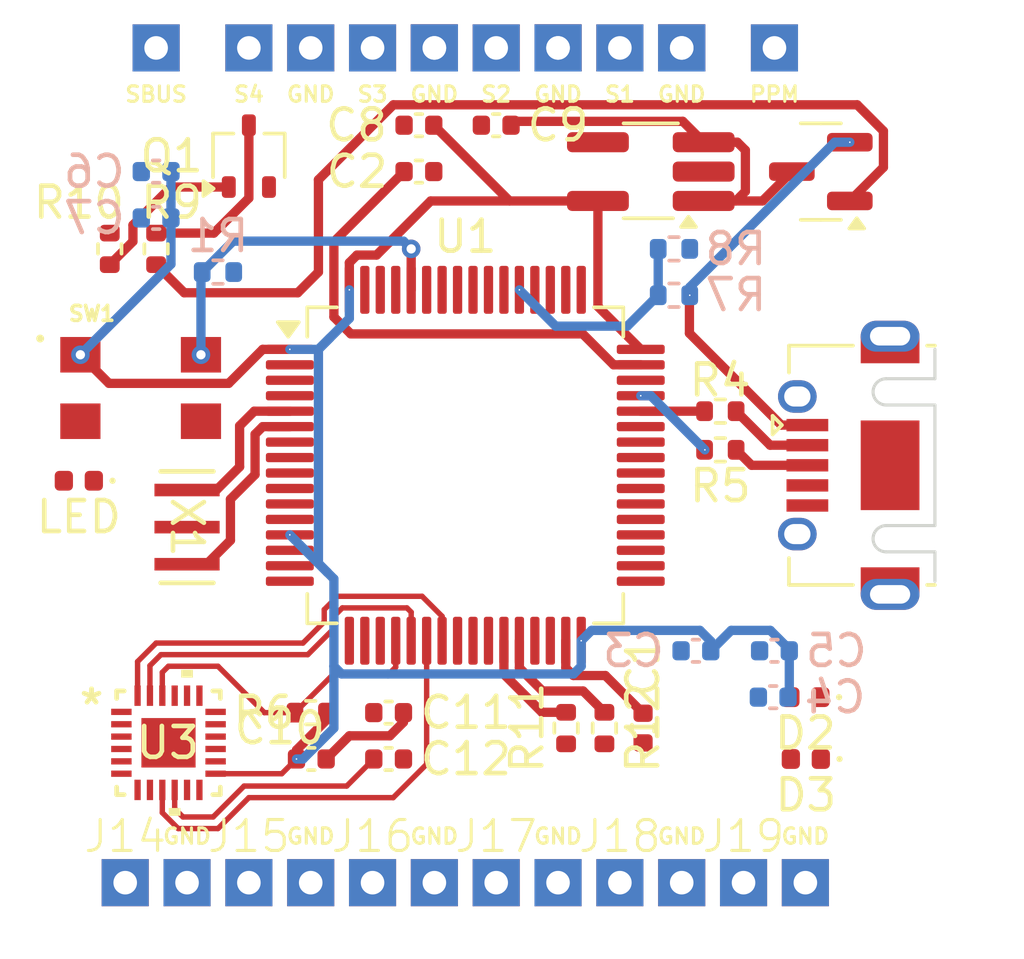
<source format=kicad_pcb>
(kicad_pcb (version 20240108) (generator "pcbnew") (generator_version "8.0")
  (layers (0 "F.Cu" signal) (31 "B.Cu" signal) (34 "B.Paste" user) (35 "F.Paste" user) (36 "B.SilkS" user "B.Silkscreen") (37 "F.SilkS" user "F.Silkscreen") (38 "B.Mask" user) (39 "F.Mask" user) (44 "Edge.Cuts" user))
  (net 0 "")
  (net 1 "Net-(U1-VCAP_1)")
  (net 2 "GND")
  (net 3 "Net-(U1-VCAP_2)")
  (net 4 "/VDD")
  (net 5 "Net-(U2-EN)")
  (net 6 "Net-(C10-Pad1)")
  (net 7 "Net-(U3-REGOUT)")
  (net 8 "+5V")
  (net 9 "/5V_USB")
  (net 10 "Net-(D2-A)")
  (net 11 "Net-(D3-A)")
  (net 13 "Net-(J5-D+)")
  (net 15 "Net-(J5-D-)")
  (net 16 "Net-(J20-Pin_1)")
  (net 17 "/US1RX")
  (net 18 "Net-(Q1-B)")
  (net 19 "Net-(SW1-B)")
  (net 20 "Net-(U1-PB8)")
  (net 21 "Net-(U1-PB9)")
  (net 22 "Net-(U1-PA11)")
  (net 23 "Net-(U1-PA12)")
  (net 24 "/GYRO_CS")
  (net 25 "Net-(U1-PC12)")
  (net 26 "Net-(J1-Pin_1)")
  (net 27 "/LED1")
  (net 28 "/LED2")
  (net 30 "Net-(J6-Pin_1)")
  (net 31 "Net-(J16-Pin_1)")
  (net 34 "Net-(J18-Pin_1)")
  (net 35 "Net-(J13-Pin_1)")
  (net 38 "Net-(U1-PH0)")
  (net 41 "Net-(J7-Pin_1)")
  (net 43 "Net-(J10-Pin_1)")
  (net 44 "Net-(J2-Pin_1)")
  (net 47 "Net-(J15-Pin_1)")
  (net 51 "Net-(J12-Pin_1)")
  (net 52 "Net-(J17-Pin_1)")
  (net 54 "Net-(J8-Pin_1)")
  (net 55 "/GYRO_SDA")
  (net 56 "Net-(J19-Pin_1)")
  (net 57 "Net-(J9-Pin_1)")
  (net 58 "Net-(J14-Pin_1)")
  (net 59 "Net-(J11-Pin_1)")
  (net 62 "/GYRO_SDO")
  (net 64 "/GYRO_SCL")
  (net 65 "Net-(U1-PH1)")
  (net 77 "/GYRO_INT")
  (footprint "oscillator:sqarepad" (layer "F.Cu") (at 151 113.5)
    (property "Reference" "J17" (at 0 -1.5 0) (layer "F.SilkS") (effects (font (thickness 0.1))))
    (property "Value" "U4RX")
    (pad "1" thru_hole trapezoid (at 0 0) (size 1.524 1.524) (drill 0.762) (layers "*.Cu" "*.Mask") (net 52 "Net-(J17-Pin_1)"))
  )
  (footprint "oscillator:sqarepad" (layer "F.Cu") (at 147 86.5)
    (property "Reference" "S3" (at 0 1.5 0) (layer "F.SilkS") (effects (font (size 0.5 0.5) (thickness 0.1))))
    (property "Value" "S3")
    (pad "1" thru_hole trapezoid (at 0 0) (size 1.524 1.524) (drill 0.762) (layers "*.Cu" "*.Mask") (net 54 "Net-(J8-Pin_1)"))
  )
  (footprint "oscillator:sqarepad" (layer "F.Cu") (at 143 113.5)
    (property "Reference" "J15" (at 0 -1.5 0) (layer "F.SilkS") (effects (font (thickness 0.1))))
    (property "Value" "US3RX")
    (pad "1" thru_hole trapezoid (at 0 0) (size 1.524 1.524) (drill 0.762) (layers "*.Cu" "*.Mask") (net 47 "Net-(J15-Pin_1)"))
  )
  (footprint "oscillator:sqarepad" (layer "F.Cu") (at 141 113.5)
    (property "Reference" "GND" (at 0 -1.5 0) (layer "F.SilkS") (effects (font (size 0.5 0.5) (thickness 0.1))))
    (property "Value" "GND")
    (pad "1" thru_hole trapezoid (at 0 0) (size 1.524 1.524) (drill 0.762) (layers "*.Cu" "*.Mask") (net 2 "GND"))
  )
  (footprint "oscillator:sqarepad" (layer "F.Cu") (at 153 113.5)
    (property "Reference" "GND" (at 0 -1.5 0) (layer "F.SilkS") (effects (font (size 0.5 0.5) (thickness 0.1))))
    (property "Value" "GND")
    (pad "1" thru_hole trapezoid (at 0 0) (size 1.524 1.524) (drill 0.762) (layers "*.Cu" "*.Mask") (net 2 "GND"))
  )
  (footprint "Package_TO_SOT_SMD:TSOT-23-5_HandSoldering" (layer "F.Cu") (at 156 90.5 180)
    (property "Reference" "U2" (hide yes))
    (property "Value" "MIC5319-3.3YD5-TR")
    (pad "1" smd roundrect (at -1.71 -0.95 180) (size 2 0.65) (layers "F.Cu" "F.Paste" "F.Mask") (net 5 "Net-(U2-EN)"))
    (pad "2" smd roundrect (at -1.71 0 180) (size 2 0.65) (layers "F.Cu" "F.Paste" "F.Mask") (net 2 "GND"))
    (pad "3" smd roundrect (at -1.71 0.95 180) (size 2 0.65) (layers "F.Cu" "F.Paste" "F.Mask") (net 5 "Net-(U2-EN)"))
    (pad "4" smd roundrect (at 1.71 0.95 180) (size 2 0.65) (layers "F.Cu" "F.Paste" "F.Mask"))
    (pad "5" smd roundrect (at 1.71 -0.95 180) (size 2 0.65) (layers "F.Cu" "F.Paste" "F.Mask") (net 4 "/VDD"))
  )
  (footprint "" (layer "F.Cu") (at 157 86.5)
    (property "Reference" "" (at 0 0 0) (layer "F.SilkS") (effects (font (size 1.27 1.27))))
    (property "Value" "")
    (pad "1" thru_hole trapezoid (at 0 0) (size 1.524 1.524) (drill 0.762) (layers "*.Cu" "*.Mask") (net 2 "GND"))
  )
  (footprint "Resistor_SMD:R_0402_1005Metric" (layer "F.Cu") (at 145 108)
    (property "Reference" "R6" (at -1.51 0 0) (layer "F.SilkS"))
    (property "Value" "10k")
    (pad "1" smd roundrect (at -0.51 0) (size 0.54 0.64) (layers "F.Cu" "F.Paste" "F.Mask") (net 24 "/GYRO_CS"))
    (pad "2" smd roundrect (at 0.51 0) (size 0.54 0.64) (layers "F.Cu" "F.Paste" "F.Mask") (net 4 "/VDD"))
  )
  (footprint "oscillator:sqarepad" (layer "F.Cu") (at 149 86.5)
    (property "Reference" "GND" (at 0 1.5 0) (layer "F.SilkS") (effects (font (size 0.5 0.5) (thickness 0.1))))
    (property "Value" "GND")
    (pad "1" thru_hole trapezoid (at 0 0) (size 1.524 1.524) (drill 0.762) (layers "*.Cu" "*.Mask") (net 2 "GND"))
  )
  (footprint "oscillator:sqarepad" (layer "F.Cu") (at 153 86.5)
    (property "Reference" "GND" (at 0 1.5 0) (layer "F.SilkS") (effects (font (size 0.5 0.5) (thickness 0.1))))
    (property "Value" "GND")
    (pad "1" thru_hole trapezoid (at 0 0) (size 1.524 1.524) (drill 0.762) (layers "*.Cu" "*.Mask") (net 2 "GND"))
  )
  (footprint "" (layer "F.Cu") (at 153 86.5)
    (property "Reference" "" (at 0 0 0) (layer "F.SilkS") (effects (font (size 1.27 1.27))))
    (property "Value" "")
    (pad "1" thru_hole trapezoid (at 0 0) (size 1.524 1.524) (drill 0.762) (layers "*.Cu" "*.Mask") (net 2 "GND"))
  )
  (footprint "" (layer "F.Cu") (at 149 86.5)
    (property "Reference" "" (at 0 0 0) (layer "F.SilkS") (effects (font (size 1.27 1.27))))
    (property "Value" "")
    (pad "1" thru_hole trapezoid (at 0 0) (size 1.524 1.524) (drill 0.762) (layers "*.Cu" "*.Mask") (net 2 "GND"))
  )
  (footprint "Capacitor_SMD:C_0402_1005Metric" (layer "F.Cu") (at 147.52 109.5 180)
    (property "Reference" "C12" (at -2.5 0 180) (layer "F.SilkS"))
    (property "Value" "10uf")
    (pad "1" smd roundrect (at -0.48 0 180) (size 0.56 0.62) (layers "F.Cu" "F.Paste" "F.Mask") (net 2 "GND"))
    (pad "2" smd roundrect (at 0.48 0 180) (size 0.56 0.62) (layers "F.Cu" "F.Paste" "F.Mask") (net 7 "Net-(U3-REGOUT)"))
  )
  (footprint "Resistor_SMD:R_0402_1005Metric" (layer "F.Cu") (at 138.5 93 90)
    (property "Reference" "R10" (at 1.5 -1 0) (layer "F.SilkS"))
    (property "Value" "4.7k")
    (pad "1" smd roundrect (at -0.51 0 90) (size 0.54 0.64) (layers "F.Cu" "F.Paste" "F.Mask") (net 18 "Net-(Q1-B)"))
    (pad "2" smd roundrect (at 0.51 0 90) (size 0.54 0.64) (layers "F.Cu" "F.Paste" "F.Mask") (net 26 "Net-(J1-Pin_1)"))
  )
  (footprint "bootswitch:SW_DHT-4235A" (layer "F.Cu") (at 139.5 97.5)
    (property "Reference" "SW1" (at -1.576773 -2.40598 0) (layer "F.SilkS") (effects (font (size 0.480235 0.480235))))
    (property "Value" "SW_SPST")
    (pad "1" smd rect (at -1.95 -1.075) (size 1.3 1.15) (layers "F.Cu" "F.Paste" "F.Mask") (net 4 "/VDD"))
    (pad "2" smd rect (at 1.95 -1.075) (size 1.3 1.15) (layers "F.Cu" "F.Paste" "F.Mask") (net 19 "Net-(SW1-B)"))
    (pad "3" smd rect (at -1.95 1.075) (size 1.3 1.15) (layers "F.Cu" "F.Paste" "F.Mask"))
    (pad "4" smd rect (at 1.95 1.075) (size 1.3 1.15) (layers "F.Cu" "F.Paste" "F.Mask"))
  )
  (footprint "oscillator:sqarepad" (layer "F.Cu") (at 145 113.5)
    (property "Reference" "GND" (at 0 -1.5 0) (layer "F.SilkS") (effects (font (size 0.5 0.5) (thickness 0.1))))
    (property "Value" "GND")
    (pad "1" thru_hole trapezoid (at 0 0) (size 1.524 1.524) (drill 0.762) (layers "*.Cu" "*.Mask") (net 2 "GND"))
  )
  (footprint "oscillator:sqarepad" (layer "F.Cu") (at 149 113.5)
    (property "Reference" "GND" (at 0 -1.5 0) (layer "F.SilkS") (effects (font (size 0.5 0.5) (thickness 0.1))))
    (property "Value" "GND")
    (pad "1" thru_hole trapezoid (at 0 0) (size 1.524 1.524) (drill 0.762) (layers "*.Cu" "*.Mask") (net 2 "GND"))
  )
  (footprint "oscillator:sqarepad" (layer "F.Cu") (at 155 86.5)
    (property "Reference" "S1" (at 0 1.5 0) (layer "F.SilkS") (effects (font (size 0.5 0.5) (thickness 0.1))))
    (property "Value" "S1")
    (pad "1" thru_hole trapezoid (at 0 0) (size 1.524 1.524) (drill 0.762) (layers "*.Cu" "*.Mask") (net 30 "Net-(J6-Pin_1)"))
  )
  (footprint "Package_QFP:LQFP-64_10x10mm_P0.5mm" (layer "F.Cu") (at 150 100)
    (property "Reference" "U1" (at 0 -7.4 0) (layer "F.SilkS"))
    (property "Value" "STM32F405RGTx")
    (pad "1" smd roundrect (at -5.675 -3.75) (size 1.55 0.3) (layers "F.Cu" "F.Paste" "F.Mask") (net 4 "/VDD"))
    (pad "2" smd roundrect (at -5.675 -3.25) (size 1.55 0.3) (layers "F.Cu" "F.Paste" "F.Mask"))
    (pad "3" smd roundrect (at -5.675 -2.75) (size 1.55 0.3) (layers "F.Cu" "F.Paste" "F.Mask"))
    (pad "4" smd roundrect (at -5.675 -2.25) (size 1.55 0.3) (layers "F.Cu" "F.Paste" "F.Mask"))
    (pad "5" smd roundrect (at -5.675 -1.75) (size 1.55 0.3) (layers "F.Cu" "F.Paste" "F.Mask") (net 38 "Net-(U1-PH0)"))
    (pad "6" smd roundrect (at -5.675 -1.25) (size 1.55 0.3) (layers "F.Cu" "F.Paste" "F.Mask") (net 65 "Net-(U1-PH1)"))
    (pad "7" smd roundrect (at -5.675 -0.75) (size 1.55 0.3) (layers "F.Cu" "F.Paste" "F.Mask"))
    (pad "8" smd roundrect (at -5.675 -0.25) (size 1.55 0.3) (layers "F.Cu" "F.Paste" "F.Mask") (net 43 "Net-(J10-Pin_1)"))
    (pad "9" smd roundrect (at -5.675 0.25) (size 1.55 0.3) (layers "F.Cu" "F.Paste" "F.Mask") (net 59 "Net-(J11-Pin_1)"))
    (pad "10" smd roundrect (at -5.675 0.75) (size 1.55 0.3) (layers "F.Cu" "F.Paste" "F.Mask") (net 51 "Net-(J12-Pin_1)"))
    (pad "11" smd roundrect (at -5.675 1.25) (size 1.55 0.3) (layers "F.Cu" "F.Paste" "F.Mask") (net 35 "Net-(J13-Pin_1)"))
    (pad "12" smd roundrect (at -5.675 1.75) (size 1.55 0.3) (layers "F.Cu" "F.Paste" "F.Mask") (net 2 "GND"))
    (pad "13" smd roundrect (at -5.675 2.25) (size 1.55 0.3) (layers "F.Cu" "F.Paste" "F.Mask") (net 4 "/VDD"))
    (pad "14" smd roundrect (at -5.675 2.75) (size 1.55 0.3) (layers "F.Cu" "F.Paste" "F.Mask") (net 16 "Net-(J20-Pin_1)"))
    (pad "15" smd roundrect (at -5.675 3.25) (size 1.55 0.3) (layers "F.Cu" "F.Paste" "F.Mask"))
    (pad "16" smd roundrect (at -5.675 3.75) (size 1.55 0.3) (layers "F.Cu" "F.Paste" "F.Mask"))
    (pad "17" smd roundrect (at -3.75 5.675) (size 0.3 1.55) (layers "F.Cu" "F.Paste" "F.Mask"))
    (pad "18" smd roundrect (at -3.25 5.675) (size 0.3 1.55) (layers "F.Cu" "F.Paste" "F.Mask") (net 2 "GND"))
    (pad "19" smd roundrect (at -2.75 5.675) (size 0.3 1.55) (layers "F.Cu" "F.Paste" "F.Mask"))
    (pad "20" smd roundrect (at -2.25 5.675) (size 0.3 1.55) (layers "F.Cu" "F.Paste" "F.Mask") (net 24 "/GYRO_CS"))
    (pad "21" smd roundrect (at -1.75 5.675) (size 0.3 1.55) (layers "F.Cu" "F.Paste" "F.Mask") (net 64 "/GYRO_SCL"))
    (pad "22" smd roundrect (at -1.25 5.675) (size 0.3 1.55) (layers "F.Cu" "F.Paste" "F.Mask") (net 62 "/GYRO_SDO"))
    (pad "23" smd roundrect (at -0.75 5.675) (size 0.3 1.55) (layers "F.Cu" "F.Paste" "F.Mask") (net 55 "/GYRO_SDA"))
    (pad "24" smd roundrect (at -0.25 5.675) (size 0.3 1.55) (layers "F.Cu" "F.Paste" "F.Mask") (net 58 "Net-(J14-Pin_1)"))
    (pad "25" smd roundrect (at 0.25 5.675) (size 0.3 1.55) (layers "F.Cu" "F.Paste" "F.Mask") (net 47 "Net-(J15-Pin_1)"))
    (pad "26" smd roundrect (at 0.75 5.675) (size 0.3 1.55) (layers "F.Cu" "F.Paste" "F.Mask"))
    (pad "27" smd roundrect (at 1.25 5.675) (size 0.3 1.55) (layers "F.Cu" "F.Paste" "F.Mask") (net 27 "/LED1"))
    (pad "28" smd roundrect (at 1.75 5.675) (size 0.3 1.55) (layers "F.Cu" "F.Paste" "F.Mask") (net 28 "/LED2"))
    (pad "29" smd roundrect (at 2.25 5.675) (size 0.3 1.55) (layers "F.Cu" "F.Paste" "F.Mask"))
    (pad "30" smd roundrect (at 2.75 5.675) (size 0.3 1.55) (layers "F.Cu" "F.Paste" "F.Mask"))
    (pad "31" smd roundrect (at 3.25 5.675) (size 0.3 1.55) (layers "F.Cu" "F.Paste" "F.Mask") (net 1 "Net-(U1-VCAP_1)"))
    (pad "32" smd roundrect (at 3.75 5.675) (size 0.3 1.55) (layers "F.Cu" "F.Paste" "F.Mask") (net 4 "/VDD"))
    (pad "33" smd roundrect (at 5.675 3.75) (size 1.55 0.3) (layers "F.Cu" "F.Paste" "F.Mask"))
    (pad "34" smd roundrect (at 5.675 3.25) (size 1.55 0.3) (layers "F.Cu" "F.Paste" "F.Mask"))
    (pad "35" smd roundrect (at 5.675 2.75) (size 1.55 0.3) (layers "F.Cu" "F.Paste" "F.Mask"))
    (pad "36" smd roundrect (at 5.675 2.25) (size 1.55 0.3) (layers "F.Cu" "F.Paste" "F.Mask"))
    (pad "37" smd roundrect (at 5.675 1.75) (size 1.55 0.3) (layers "F.Cu" "F.Paste" "F.Mask") (net 31 "Net-(J16-Pin_1)"))
    (pad "38" smd roundrect (at 5.675 1.25) (size 1.55 0.3) (layers "F.Cu" "F.Paste" "F.Mask") (net 52 "Net-(J17-Pin_1)"))
    (pad "39" smd roundrect (at 5.675 0.75) (size 1.55 0.3) (layers "F.Cu" "F.Paste" "F.Mask") (net 34 "Net-(J18-Pin_1)"))
    (pad "40" smd roundrect (at 5.675 0.25) (size 1.55 0.3) (layers "F.Cu" "F.Paste" "F.Mask") (net 56 "Net-(J19-Pin_1)"))
    (pad "41" smd roundrect (at 5.675 -0.25) (size 1.55 0.3) (layers "F.Cu" "F.Paste" "F.Mask") (net 44 "Net-(J2-Pin_1)"))
    (pad "42" smd roundrect (at 5.675 -0.75) (size 1.55 0.3) (layers "F.Cu" "F.Paste" "F.Mask"))
    (pad "43" smd roundrect (at 5.675 -1.25) (size 1.55 0.3) (layers "F.Cu" "F.Paste" "F.Mask"))
    (pad "44" smd roundrect (at 5.675 -1.75) (size 1.55 0.3) (layers "F.Cu" "F.Paste" "F.Mask") (net 22 "Net-(U1-PA11)"))
    (pad "45" smd roundrect (at 5.675 -2.25) (size 1.55 0.3) (layers "F.Cu" "F.Paste" "F.Mask") (net 23 "Net-(U1-PA12)"))
    (pad "46" smd roundrect (at 5.675 -2.75) (size 1.55 0.3) (layers "F.Cu" "F.Paste" "F.Mask"))
    (pad "47" smd roundrect (at 5.675 -3.25) (size 1.55 0.3) (layers "F.Cu" "F.Paste" "F.Mask") (net 3 "Net-(U1-VCAP_2)"))
    (pad "48" smd roundrect (at 5.675 -3.75) (size 1.55 0.3) (layers "F.Cu" "F.Paste" "F.Mask") (net 4 "/VDD"))
    (pad "49" smd roundrect (at 3.75 -5.675) (size 0.3 1.55) (layers "F.Cu" "F.Paste" "F.Mask"))
    (pad "50" smd roundrect (at 3.25 -5.675) (size 0.3 1.55) (layers "F.Cu" "F.Paste" "F.Mask"))
    (pad "51" smd roundrect (at 2.75 -5.675) (size 0.3 1.55) (layers "F.Cu" "F.Paste" "F.Mask"))
    (pad "52" smd roundrect (at 2.25 -5.675) (size 0.3 1.55) (layers "F.Cu" "F.Paste" "F.Mask"))
    (pad "53" smd roundrect (at 1.75 -5.675) (size 0.3 1.55) (layers "F.Cu" "F.Paste" "F.Mask") (net 25 "Net-(U1-PC12)"))
    (pad "54" smd roundrect (at 1.25 -5.675) (size 0.3 1.55) (layers "F.Cu" "F.Paste" "F.Mask"))
    (pad "55" smd roundrect (at 0.75 -5.675) (size 0.3 1.55) (layers "F.Cu" "F.Paste" "F.Mask") (net 30 "Net-(J6-Pin_1)"))
    (pad "56" smd roundrect (at 0.25 -5.675) (size 0.3 1.55) (layers "F.Cu" "F.Paste" "F.Mask") (net 41 "Net-(J7-Pin_1)"))
    (pad "57" smd roundrect (at -0.25 -5.675) (size 0.3 1.55) (layers "F.Cu" "F.Paste" "F.Mask") (net 54 "Net-(J8-Pin_1)"))
    (pad "58" smd roundrect (at -0.75 -5.675) (size 0.3 1.55) (layers "F.Cu" "F.Paste" "F.Mask") (net 57 "Net-(J9-Pin_1)"))
    (pad "59" smd roundrect (at -1.25 -5.675) (size 0.3 1.55) (layers "F.Cu" "F.Paste" "F.Mask"))
    (pad "60" smd roundrect (at -1.75 -5.675) (size 0.3 1.55) (layers "F.Cu" "F.Paste" "F.Mask") (net 19 "Net-(SW1-B)"))
    (pad "61" smd roundrect (at -2.25 -5.675) (size 0.3 1.55) (layers "F.Cu" "F.Paste" "F.Mask") (net 20 "Net-(U1-PB8)"))
    (pad "62" smd roundrect (at -2.75 -5.675) (size 0.3 1.55) (layers "F.Cu" "F.Paste" "F.Mask") (net 21 "Net-(U1-PB9)"))
    (pad "63" smd roundrect (at -3.25 -5.675) (size 0.3 1.55) (layers "F.Cu" "F.Paste" "F.Mask") (net 2 "GND"))
    (pad "64" smd roundrect (at -3.75 -5.675) (size 0.3 1.55) (layers "F.Cu" "F.Paste" "F.Mask") (net 4 "/VDD"))
  )
  (footprint "oscillator:sqarepad" (layer "F.Cu") (at 161 113.5)
    (property "Reference" "GND" (at 0 -1.5 0) (layer "F.SilkS") (effects (font (size 0.5 0.5) (thickness 0.1))))
    (property "Value" "GND")
    (pad "1" thru_hole trapezoid (at 0 0) (size 1.524 1.524) (drill 0.762) (layers "*.Cu" "*.Mask") (net 2 "GND"))
  )
  (footprint "oscillator:sqarepad" (layer "F.Cu") (at 147 113.5)
    (property "Reference" "J16" (at 0 -1.5 0) (layer "F.SilkS") (effects (font (thickness 0.1))))
    (property "Value" "U4TX")
    (pad "1" thru_hole trapezoid (at 0 0) (size 1.524 1.524) (drill 0.762) (layers "*.Cu" "*.Mask") (net 31 "Net-(J16-Pin_1)"))
  )
  (footprint "oscillator:CSTCE_MUR" (layer "F.Cu") (at 141 102 -90)
    (property "Reference" "X1" (at 0 0 -90) (layer "F.SilkS"))
    (property "Value" "8MHz")
    (pad "1" smd rect (at -1.2 0 270) (size 0.4064 2.1082) (layers "F.Cu" "F.Paste" "F.Mask") (net 38 "Net-(U1-PH0)"))
    (pad "2" smd rect (at 0 0 270) (size 0.4064 2.1082) (layers "F.Cu" "F.Paste" "F.Mask") (net 2 "GND"))
    (pad "3" smd rect (at 1.2 0 270) (size 0.4064 2.1082) (layers "F.Cu" "F.Paste" "F.Mask") (net 65 "Net-(U1-PH1)"))
  )
  (footprint "Resistor_SMD:R_0402_1005Metric" (layer "F.Cu") (at 154.5 108.5 90)
    (property "Reference" "R12" (at 0.01 1.25 -90) (layer "F.SilkS"))
    (property "Value" "1k")
    (pad "1" smd roundrect (at -0.51 0 90) (size 0.54 0.64) (layers "F.Cu" "F.Paste" "F.Mask") (net 10 "Net-(D2-A)"))
    (pad "2" smd roundrect (at 0.51 0 90) (size 0.54 0.64) (layers "F.Cu" "F.Paste" "F.Mask") (net 28 "/LED2"))
  )
  (footprint "oscillator:sqarepad" (layer "F.Cu") (at 140 86.5)
    (property "Reference" "SBUS" (at 0 1.5 0) (layer "F.SilkS") (effects (font (size 0.5 0.5) (thickness 0.1))))
    (property "Value" "SBUS")
    (pad "1" thru_hole trapezoid (at 0 0) (size 1.524 1.524) (drill 0.762) (layers "*.Cu" "*.Mask") (net 17 "/US1RX"))
  )
  (footprint "Package_TO_SOT_SMD:SOT-323_SC-70" (layer "F.Cu") (at 143 90 90)
    (property "Reference" "Q1" (at 0 -2.5 0) (layer "F.SilkS"))
    (property "Value" "BC817W")
    (pad "1" smd roundrect (at -1 -0.65) (size 0.45 0.7) (layers "F.Cu" "F.Paste" "F.Mask") (net 18 "Net-(Q1-B)"))
    (pad "2" smd roundrect (at -1 0.65) (size 0.45 0.7) (layers "F.Cu" "F.Paste" "F.Mask") (net 2 "GND"))
    (pad "3" smd roundrect (at 1 0) (size 0.45 0.7) (layers "F.Cu" "F.Paste" "F.Mask") (net 17 "/US1RX"))
  )
  (footprint "LED_SMD:LED_0402_1005Metric" (layer "F.Cu") (at 161 107.5 180)
    (property "Reference" "D2" (at 0 -1.17 180) (layer "F.SilkS"))
    (property "Value" "LED")
    (pad "1" smd roundrect (at -0.485 0 180) (size 0.59 0.64) (layers "F.Cu" "F.Paste" "F.Mask") (net 2 "GND"))
    (pad "2" smd roundrect (at 0.485 0 180) (size 0.59 0.64) (layers "F.Cu" "F.Paste" "F.Mask") (net 10 "Net-(D2-A)"))
  )
  (footprint "Capacitor_SMD:C_0402_1005Metric" (layer "F.Cu") (at 148.5 90.5 180)
    (property "Reference" "C2" (at 2 0 360) (layer "F.SilkS"))
    (property "Value" "10uf")
    (pad "1" smd roundrect (at -0.48 0 180) (size 0.56 0.62) (layers "F.Cu" "F.Paste" "F.Mask") (net 2 "GND"))
    (pad "2" smd roundrect (at 0.48 0 180) (size 0.56 0.62) (layers "F.Cu" "F.Paste" "F.Mask") (net 3 "Net-(U1-VCAP_2)"))
  )
  (footprint "Capacitor_SMD:C_0402_1005Metric" (layer "F.Cu") (at 145.02 109.5 180)
    (property "Reference" "C10" (at 1.02 1 180) (layer "F.SilkS"))
    (property "Value" "10uf")
    (pad "1" smd roundrect (at -0.48 0 180) (size 0.56 0.62) (layers "F.Cu" "F.Paste" "F.Mask") (net 6 "Net-(C10-Pad1)"))
    (pad "2" smd roundrect (at 0.48 0 180) (size 0.56 0.62) (layers "F.Cu" "F.Paste" "F.Mask") (net 4 "/VDD"))
  )
  (footprint "oscillator:sqarepad" (layer "F.Cu") (at 160 86.5)
    (property "Reference" "PPM" (at 0 1.5 0) (layer "F.SilkS") (effects (font (size 0.5 0.5) (thickness 0.1))))
    (property "Value" "PPM")
    (pad "1" thru_hole trapezoid (at 0 0) (size 1.524 1.524) (drill 0.762) (layers "*.Cu" "*.Mask") (net 44 "Net-(J2-Pin_1)"))
  )
  (footprint "oscillator:sqarepad" (layer "F.Cu") (at 159 113.5)
    (property "Reference" "J19" (at 0 -1.5 0) (layer "F.SilkS") (effects (font (thickness 0.1))))
    (property "Value" "U5RX")
    (pad "1" thru_hole trapezoid (at 0 0) (size 1.524 1.524) (drill 0.762) (layers "*.Cu" "*.Mask") (net 56 "Net-(J19-Pin_1)"))
  )
  (footprint "LED_SMD:LED_0402_1005Metric" (layer "F.Cu") (at 161.015 109.5 180)
    (property "Reference" "D3" (at 0 -1.17 180) (layer "F.SilkS"))
    (property "Value" "LED")
    (pad "1" smd roundrect (at -0.485 0 180) (size 0.59 0.64) (layers "F.Cu" "F.Paste" "F.Mask") (net 2 "GND"))
    (pad "2" smd roundrect (at 0.485 0 180) (size 0.59 0.64) (layers "F.Cu" "F.Paste" "F.Mask") (net 11 "Net-(D3-A)"))
  )
  (footprint "oscillator:sqarepad" (layer "F.Cu") (at 157 86.5)
    (property "Reference" "GND" (at 0 1.5 0) (layer "F.SilkS") (effects (font (size 0.5 0.5) (thickness 0.1))))
    (property "Value" "GND")
    (pad "1" thru_hole trapezoid (at 0 0) (size 1.524 1.524) (drill 0.762) (layers "*.Cu" "*.Mask") (net 2 "GND"))
  )
  (footprint "oscillator:sqarepad" (layer "F.Cu") (at 139 113.5)
    (property "Reference" "J14" (at 0 -1.5 0) (layer "F.SilkS") (effects (font (thickness 0.1))))
    (property "Value" "US3TX")
    (pad "1" thru_hole trapezoid (at 0 0) (size 1.524 1.524) (drill 0.762) (layers "*.Cu" "*.Mask") (net 58 "Net-(J14-Pin_1)"))
  )
  (footprint "Resistor_SMD:R_0402_1005Metric" (layer "F.Cu") (at 153.26 108.5 90)
    (property "Reference" "R11" (at 0.01 -1.26 -90) (layer "F.SilkS"))
    (property "Value" "1k")
    (pad "1" smd roundrect (at -0.51 0 90) (size 0.54 0.64) (layers "F.Cu" "F.Paste" "F.Mask") (net 11 "Net-(D3-A)"))
    (pad "2" smd roundrect (at 0.51 0 90) (size 0.54 0.64) (layers "F.Cu" "F.Paste" "F.Mask") (net 27 "/LED1"))
  )
  (footprint "oscillator:sqarepad" (layer "F.Cu") (at 145 86.5)
    (property "Reference" "GND" (at 0 1.5 0) (layer "F.SilkS") (effects (font (size 0.5 0.5) (thickness 0.1))))
    (property "Value" "GND")
    (pad "1" thru_hole trapezoid (at 0 0) (size 1.524 1.524) (drill 0.762) (layers "*.Cu" "*.Mask") (net 2 "GND"))
  )
  (footprint "Capacitor_SMD:C_0402_1005Metric" (layer "F.Cu") (at 155.75 108.5 90)
    (property "Reference" "C1" (at 2 0 -90) (layer "F.SilkS"))
    (property "Value" "10uf")
    (pad "1" smd roundrect (at -0.48 0 90) (size 0.56 0.62) (layers "F.Cu" "F.Paste" "F.Mask") (net 2 "GND"))
    (pad "2" smd roundrect (at 0.48 0 90) (size 0.56 0.62) (layers "F.Cu" "F.Paste" "F.Mask") (net 1 "Net-(U1-VCAP_1)"))
  )
  (footprint "oscillator:sqarepad" (layer "F.Cu") (at 143 86.5)
    (property "Reference" "S4" (at 0 1.5 0) (layer "F.SilkS") (effects (font (size 0.5 0.5) (thickness 0.1))))
    (property "Value" "S4")
    (pad "1" thru_hole trapezoid (at 0 0) (size 1.524 1.524) (drill 0.762) (layers "*.Cu" "*.Mask") (net 57 "Net-(J9-Pin_1)"))
  )
  (footprint "oscillator:sqarepad" (layer "F.Cu") (at 151 86.5)
    (property "Reference" "S2" (at 0 1.5 0) (layer "F.SilkS") (effects (font (size 0.5 0.5) (thickness 0.1))))
    (property "Value" "S2")
    (pad "1" thru_hole trapezoid (at 0 0) (size 1.524 1.524) (drill 0.762) (layers "*.Cu" "*.Mask") (net 41 "Net-(J7-Pin_1)"))
  )
  (footprint "Capacitor_SMD:C_0402_1005Metric" (layer "F.Cu") (at 151 89)
    (property "Reference" "C9" (at 2 0 0) (layer "F.SilkS"))
    (property "Value" "10uf")
    (pad "1" smd roundrect (at -0.48 0) (size 0.56 0.62) (layers "F.Cu" "F.Paste" "F.Mask") (net 2 "GND"))
    (pad "2" smd roundrect (at 0.48 0) (size 0.56 0.62) (layers "F.Cu" "F.Paste" "F.Mask") (net 5 "Net-(U2-EN)"))
  )
  (footprint "Resistor_SMD:R_0402_1005Metric" (layer "F.Cu") (at 140 93 90)
    (property "Reference" "R9" (at 1.5 0.5 0) (layer "F.SilkS"))
    (property "Value" "4.7k")
    (pad "1" smd roundrect (at -0.51 0 90) (size 0.54 0.64) (layers "F.Cu" "F.Paste" "F.Mask") (net 8 "+5V"))
    (pad "2" smd roundrect (at 0.51 0 90) (size 0.54 0.64) (layers "F.Cu" "F.Paste" "F.Mask") (net 17 "/US1RX"))
  )
  (footprint "Capacitor_SMD:C_0402_1005Metric" (layer "F.Cu") (at 148.5 89)
    (property "Reference" "C8" (at -2.02 0 0) (layer "F.SilkS"))
    (property "Value" "10uf")
    (pad "1" smd roundrect (at -0.48 0) (size 0.56 0.62) (layers "F.Cu" "F.Paste" "F.Mask") (net 2 "GND"))
    (pad "2" smd roundrect (at 0.48 0) (size 0.56 0.62) (layers "F.Cu" "F.Paste" "F.Mask") (net 4 "/VDD"))
  )
  (footprint "Capacitor_SMD:C_0402_1005Metric" (layer "F.Cu") (at 147.52 108 180)
    (property "Reference" "C11" (at -2.5 0 180) (layer "F.SilkS"))
    (property "Value" "10uf")
    (pad "1" smd roundrect (at -0.48 0 180) (size 0.56 0.62) (layers "F.Cu" "F.Paste" "F.Mask") (net 6 "Net-(C10-Pad1)"))
    (pad "2" smd roundrect (at 0.48 0 180) (size 0.56 0.62) (layers "F.Cu" "F.Paste" "F.Mask") (net 2 "GND"))
  )
  (footprint "Resistor_SMD:R_0402_1005Metric" (layer "F.Cu") (at 158.25 99.5 180)
    (property "Reference" "R5" (at 0 -1.17 180) (layer "F.SilkS"))
    (property "Value" "10k")
    (pad "1" smd roundrect (at -0.51 0 180) (size 0.54 0.64) (layers "F.Cu" "F.Paste" "F.Mask") (net 13 "Net-(J5-D+)"))
    (pad "2" smd roundrect (at 0.51 0 180) (size 0.54 0.64) (layers "F.Cu" "F.Paste" "F.Mask") (net 23 "Net-(U1-PA12)"))
  )
  (footprint "Package_TO_SOT_SMD:SOT-23" (layer "F.Cu") (at 161.5 90.5 180)
    (property "Reference" "D1" (hide yes))
    (property "Value" "BAT54C")
    (pad "1" smd roundrect (at -0.9375 -0.95 180) (size 1.475 0.6) (layers "F.Cu" "F.Paste" "F.Mask") (net 8 "+5V"))
    (pad "2" smd roundrect (at -0.9375 0.95 180) (size 1.475 0.6) (layers "F.Cu" "F.Paste" "F.Mask") (net 9 "/5V_USB"))
    (pad "3" smd roundrect (at 0.9375 0 180) (size 1.475 0.6) (layers "F.Cu" "F.Paste" "F.Mask") (net 5 "Net-(U2-EN)"))
  )
  (footprint "oscillator:sqarepad" (layer "F.Cu") (at 155 113.5)
    (property "Reference" "J18" (at 0 -1.5 0) (layer "F.SilkS") (effects (font (thickness 0.1))))
    (property "Value" "U5TX")
    (pad "1" thru_hole trapezoid (at 0 0) (size 1.524 1.524) (drill 0.762) (layers "*.Cu" "*.Mask") (net 34 "Net-(J18-Pin_1)"))
  )
  (footprint "MPU6500:QFN24_3X3X0P9_IVS" (layer "F.Cu") (at 140.400001 108.976)
    (property "Reference" "U3" (at -0.024 0 0) (layer "F.SilkS"))
    (property "Value" "MPU-6500")
    (fp_text user "*" (at -2.4892 -1.2 0) (layer "F.SilkS"))
    (fp_text user "*" (at -2.4892 -1.2 0) (layer "F.SilkS"))
    (pad "1" smd rect (at -1.524 -1.000001 90) (size 0.2032 0.6604) (layers "F.Cu" "F.Paste" "F.Mask"))
    (pad "2" smd rect (at -1.524 -0.599999 90) (size 0.2032 0.6604) (layers "F.Cu" "F.Paste" "F.Mask"))
    (pad "3" smd rect (at -1.524 -0.2 90) (size 0.2032 0.6604) (layers "F.Cu" "F.Paste" "F.Mask"))
    (pad "4" smd rect (at -1.524 0.2 90) (size 0.2032 0.6604) (layers "F.Cu" "F.Paste" "F.Mask"))
    (pad "5" smd rect (at -1.524 0.599999 90) (size 0.2032 0.6604) (layers "F.Cu" "F.Paste" "F.Mask"))
    (pad "6" smd rect (at -1.524 1.000001 90) (size 0.2032 0.6604) (layers "F.Cu" "F.Paste" "F.Mask"))
    (pad "7" smd rect (at -1.000001 1.524) (size 0.2032 0.6604) (layers "F.Cu" "F.Paste" "F.Mask"))
    (pad "8" smd rect (at -0.599999 1.524) (size 0.2032 0.6604) (layers "F.Cu" "F.Paste" "F.Mask"))
    (pad "9" smd rect (at -0.2 1.524) (size 0.2032 0.6604) (layers "F.Cu" "F.Paste" "F.Mask") (net 62 "/GYRO_SDO"))
    (pad "10" smd rect (at 0.2 1.524) (size 0.2032 0.6604) (layers "F.Cu" "F.Paste" "F.Mask") (net 7 "Net-(U3-REGOUT)"))
    (pad "11" smd rect (at 0.599999 1.524) (size 0.2032 0.6604) (layers "F.Cu" "F.Paste" "F.Mask") (net 2 "GND"))
    (pad "12" smd rect (at 1.000001 1.524) (size 0.2032 0.6604) (layers "F.Cu" "F.Paste" "F.Mask") (net 77 "/GYRO_INT"))
    (pad "13" smd rect (at 1.524 1.000001 90) (size 0.2032 0.6604) (layers "F.Cu" "F.Paste" "F.Mask") (net 4 "/VDD"))
    (pad "14" smd rect (at 1.524 0.599999 90) (size 0.2032 0.6604) (layers "F.Cu" "F.Paste" "F.Mask"))
    (pad "15" smd rect (at 1.524 0.2 90) (size 0.2032 0.6604) (layers "F.Cu" "F.Paste" "F.Mask"))
    (pad "16" smd rect (at 1.524 -0.2 90) (size 0.2032 0.6604) (layers "F.Cu" "F.Paste" "F.Mask"))
    (pad "17" smd rect (at 1.524 -0.599999 90) (size 0.2032 0.6604) (layers "F.Cu" "F.Paste" "F.Mask"))
    (pad "18" smd rect (at 1.524 -1.000001 90) (size 0.2032 0.6604) (layers "F.Cu" "F.Paste" "F.Mask") (net 2 "GND"))
    (pad "19" smd rect (at 1.000001 -1.524) (size 0.2032 0.6604) (layers "F.Cu" "F.Paste" "F.Mask"))
    (pad "20" smd rect (at 0.599999 -1.524) (size 0.2032 0.6604) (layers "F.Cu" "F.Paste" "F.Mask"))
    (pad "21" smd rect (at 0.2 -1.524) (size 0.2032 0.6604) (layers "F.Cu" "F.Paste" "F.Mask"))
    (pad "22" smd rect (at -0.2 -1.524) (size 0.2032 0.6604) (layers "F.Cu" "F.Paste" "F.Mask") (net 24 "/GYRO_CS"))
    (pad "23" smd rect (at -0.599999 -1.524) (size 0.2032 0.6604) (layers "F.Cu" "F.Paste" "F.Mask") (net 64 "/GYRO_SCL"))
    (pad "24" smd rect (at -1.000001 -1.524) (size 0.2032 0.6604) (layers "F.Cu" "F.Paste" "F.Mask") (net 55 "/GYRO_SDA"))
    (pad "25" smd rect (at 0 0) (size 1.7526 1.6002) (layers "F.Cu" "F.Paste" "F.Mask"))
  )
  (footprint "Resistor_SMD:R_0402_1005Metric" (layer "F.Cu") (at 158.25 98.25 180)
    (property "Reference" "R4" (at 0.01 1 180) (layer "F.SilkS"))
    (property "Value" "10k")
    (pad "1" smd roundrect (at -0.51 0 180) (size 0.54 0.64) (layers "F.Cu" "F.Paste" "F.Mask") (net 15 "Net-(J5-D-)"))
    (pad "2" smd roundrect (at 0.51 0 180) (size 0.54 0.64) (layers "F.Cu" "F.Paste" "F.Mask") (net 22 "Net-(U1-PA11)"))
  )
  (footprint "Connector_USB:USB_Micro-AB_Molex_47590-0001" (layer "F.Cu") (at 163.74 100 90)
    (property "Reference" "J5" (hide yes))
    (property "Value" "USB_B_Micro")
    (fp_line (start 2.8 -0.125) (end 2.8 1.45) (stroke (width 0.1)) (layer "Edge.Cuts"))
    (fp_line (start 1.95 -0.125) (end 1.95 1.45) (stroke (width 0.1)) (layer "Edge.Cuts"))
    (fp_line (start -1.95 -0.125) (end -1.95 1.45) (stroke (width 0.1)) (layer "Edge.Cuts"))
    (fp_line (start -2.8 -0.125) (end -2.8 1.45) (stroke (width 0.1)) (layer "Edge.Cuts"))
    (fp_line (start 2.8 1.45) (end 3.75 1.45) (stroke (width 0.1)) (layer "Edge.Cuts"))
    (fp_line (start -1.95 1.45) (end 1.95 1.45) (stroke (width 0.1)) (layer "Edge.Cuts"))
    (fp_line (start -3.75 1.45) (end -2.8 1.45) (stroke (width 0.1)) (layer "Edge.Cuts"))
    (fp_arc (start 1.95 -0.125) (mid 2.375 -0.55) (end 2.8 -0.125) (stroke (width 0.1)) (layer "Edge.Cuts"))
    (fp_arc (start -2.8 -0.125) (mid -2.375 -0.55) (end -1.95 -0.125) (stroke (width 0.1)) (layer "Edge.Cuts"))
    (pad "1" smd rect (at 1.3 -2.675 90) (size 0.4 1.35) (layers "F.Cu" "F.Paste" "F.Mask") (net 9 "/5V_USB"))
    (pad "2" smd rect (at 0.65 -2.675 90) (size 0.4 1.35) (layers "F.Cu" "F.Paste" "F.Mask") (net 15 "Net-(J5-D-)"))
    (pad "3" smd rect (at 0 -2.675 90) (size 0.4 1.35) (layers "F.Cu" "F.Paste" "F.Mask") (net 13 "Net-(J5-D+)"))
    (pad "4" smd rect (at -0.65 -2.675 90) (size 0.4 1.35) (layers "F.Cu" "F.Paste" "F.Mask") (net 2 "GND"))
    (pad "5" smd rect (at -1.3 -2.675 90) (size 0.4 1.35) (layers "F.Cu" "F.Paste" "F.Mask"))
    (pad "6" thru_hole oval (at -4.175 0 90) (size 1 1.9) (drill oval 0.6 1.3) (layers "*.Cu" "*.Mask"))
    (pad "6" smd rect (at -3.7375 0 90) (size 0.875 1.9) (layers "F.Cu" "F.Mask"))
    (pad "6" thru_hole oval (at -2.225 -3 90) (size 1.05 1.25) (drill oval 0.65 0.85) (layers "*.Cu" "*.Mask"))
    (pad "6" smd rect (at 0 0 90) (size 2.9 1.9) (layers "F.Cu" "F.Paste" "F.Mask"))
    (pad "6" thru_hole oval (at 2.225 -3 90) (size 1.05 1.25) (drill oval 0.65 0.85) (layers "*.Cu" "*.Mask"))
    (pad "6" smd rect (at 3.7375 0 90) (size 0.875 1.9) (layers "F.Cu" "F.Mask"))
    (pad "6" thru_hole oval (at 4.175 0 90) (size 1 1.9) (drill oval 0.6 1.3) (layers "*.Cu" "*.Mask"))
  )
  (footprint "LED_SMD:LED_0402_1005Metric" (layer "F.Cu") (at 137.5 100.5 180)
    (property "Reference" "LED" (at 0 -1.17 180) (layer "F.SilkS"))
    (property "Value" "LED")
    (pad "1" smd roundrect (at -0.485 0 180) (size 0.59 0.64) (layers "F.Cu" "F.Paste" "F.Mask") (net 16 "Net-(J20-Pin_1)"))
    (pad "2" smd roundrect (at 0.485 0 180) (size 0.59 0.64) (layers "F.Cu" "F.Paste" "F.Mask"))
  )
  (footprint "oscillator:sqarepad" (layer "F.Cu") (at 157 113.5)
    (property "Reference" "GND" (at 0 -1.5 0) (layer "F.SilkS") (effects (font (size 0.5 0.5) (thickness 0.1))))
    (property "Value" "GND")
    (pad "1" thru_hole trapezoid (at 0 0) (size 1.524 1.524) (drill 0.762) (layers "*.Cu" "*.Mask") (net 2 "GND"))
  )
  (footprint "Resistor_SMD:R_0402_1005Metric" (layer "B.Cu") (at 156.75 93 180)
    (property "Reference" "R8" (at -2 0 180) (layer "B.SilkS") (effects (justify mirror)))
    (property "Value" "10k")
    (pad "1" smd roundrect (at -0.51 0 180) (size 0.54 0.64) (layers "B.Cu" "B.Paste" "B.Mask") (net 2 "GND"))
    (pad "2" smd roundrect (at 0.51 0 180) (size 0.54 0.64) (layers "B.Cu" "B.Paste" "B.Mask") (net 25 "Net-(U1-PC12)"))
  )
  (footprint "Resistor_SMD:R_0402_1005Metric" (layer "B.Cu") (at 156.75 94.5 180)
    (property "Reference" "R7" (at -2 0.01 360) (layer "B.SilkS") (effects (justify mirror)))
    (property "Value" "10k")
    (pad "1" smd roundrect (at -0.51 0 180) (size 0.54 0.64) (layers "B.Cu" "B.Paste" "B.Mask") (net 9 "/5V_USB"))
    (pad "2" smd roundrect (at 0.51 0 180) (size 0.54 0.64) (layers "B.Cu" "B.Paste" "B.Mask") (net 25 "Net-(U1-PC12)"))
  )
  (footprint "Capacitor_SMD:C_0402_1005Metric" (layer "B.Cu") (at 159.96 107.5 180)
    (property "Reference" "C4" (at -2 0 180) (layer "B.SilkS") (effects (justify mirror)))
    (property "Value" "10uf")
    (pad "1" smd roundrect (at -0.48 0 180) (size 0.56 0.62) (layers "B.Cu" "B.Paste" "B.Mask") (net 4 "/VDD"))
    (pad "2" smd roundrect (at 0.48 0 180) (size 0.56 0.62) (layers "B.Cu" "B.Paste" "B.Mask") (net 2 "GND"))
  )
  (footprint "Resistor_SMD:R_0402_1005Metric" (layer "B.Cu") (at 142 93.75 180)
    (property "Reference" "R1" (at 0 1.17 0) (layer "B.SilkS") (effects (justify mirror)))
    (property "Value" "10k")
    (pad "1" smd roundrect (at -0.51 0 180) (size 0.54 0.64) (layers "B.Cu" "B.Paste" "B.Mask") (net 2 "GND"))
    (pad "2" smd roundrect (at 0.51 0 180) (size 0.54 0.64) (layers "B.Cu" "B.Paste" "B.Mask") (net 19 "Net-(SW1-B)"))
  )
  (footprint "Capacitor_SMD:C_0402_1005Metric" (layer "B.Cu") (at 140 92 180)
    (property "Reference" "C7" (at 2 0 180) (layer "B.SilkS") (effects (justify mirror)))
    (property "Value" "10uf")
    (pad "1" smd roundrect (at -0.48 0 180) (size 0.56 0.62) (layers "B.Cu" "B.Paste" "B.Mask") (net 4 "/VDD"))
    (pad "2" smd roundrect (at 0.48 0 180) (size 0.56 0.62) (layers "B.Cu" "B.Paste" "B.Mask") (net 2 "GND"))
  )
  (footprint "Capacitor_SMD:C_0402_1005Metric" (layer "B.Cu") (at 160 106 180)
    (property "Reference" "C5" (at -2 0 180) (layer "B.SilkS") (effects (justify mirror)))
    (property "Value" "10uf")
    (pad "1" smd roundrect (at -0.48 0 180) (size 0.56 0.62) (layers "B.Cu" "B.Paste" "B.Mask") (net 4 "/VDD"))
    (pad "2" smd roundrect (at 0.48 0 180) (size 0.56 0.62) (layers "B.Cu" "B.Paste" "B.Mask") (net 2 "GND"))
  )
  (footprint "Capacitor_SMD:C_0402_1005Metric" (layer "B.Cu") (at 140 90.5 180)
    (property "Reference" "C6" (at 2 0 180) (layer "B.SilkS") (effects (justify mirror)))
    (property "Value" "10uf")
    (pad "1" smd roundrect (at -0.48 0 180) (size 0.56 0.62) (layers "B.Cu" "B.Paste" "B.Mask") (net 4 "/VDD"))
    (pad "2" smd roundrect (at 0.48 0 180) (size 0.56 0.62) (layers "B.Cu" "B.Paste" "B.Mask") (net 2 "GND"))
  )
  (footprint "Capacitor_SMD:C_0402_1005Metric" (layer "B.Cu") (at 157.46 106 180)
    (property "Reference" "C3" (at 2.02 0 180) (layer "B.SilkS") (effects (justify mirror)))
    (property "Value" "10uf")
    (pad "1" smd roundrect (at -0.48 0 180) (size 0.56 0.62) (layers "B.Cu" "B.Paste" "B.Mask") (net 4 "/VDD"))
    (pad "2" smd roundrect (at 0.48 0 180) (size 0.56 0.62) (layers "B.Cu" "B.Paste" "B.Mask") (net 2 "GND"))
  )
  (segment (start 153.49688 106.8) (end 153.25 106.55312) (width 0.3) (layer "F.Cu") (net 1))
  (segment (start 154.53 106.8) (end 153.49688 106.8) (width 0.3) (layer "F.Cu") (net 1))
  (segment (start 155.75 108.02) (end 154.53 106.8) (width 0.3) (layer "F.Cu") (net 1))
  (segment (start 153.25 106.55312) (end 153.25 105.675) (width 0.3) (layer "F.Cu") (net 1))
  (segment (start 146.29688 95.75) (end 145.75 95.20312) (width 0.3) (layer "F.Cu") (net 3))
  (segment (start 145.75 95.20312) (end 145.75 92.77) (width 0.3) (layer "F.Cu") (net 3))
  (segment (start 154.79688 96.75) (end 153.79688 95.75) (width 0.3) (layer "F.Cu") (net 3))
  (segment (start 153.79688 95.75) (end 146.29688 95.75) (width 0.3) (layer "F.Cu") (net 3))
  (segment (start 155.675 96.75) (end 154.79688 96.75) (width 0.3) (layer "F.Cu") (net 3))
  (segment (start 145.75 92.77) (end 148.02 90.5) (width 0.3) (layer "F.Cu") (net 3))
  (segment (start 143.44688 96.25) (end 142.34688 97.35) (width 0.3) (layer "F.Cu") (net 4))
  (segment (start 146.25 94.325) (end 146.25 93.44688) (width 0.3) (layer "F.Cu") (net 4))
  (segment (start 154.29 91.45) (end 151.43 91.45) (width 0.3) (layer "F.Cu") (net 4))
  (segment (start 142.34688 97.35) (end 138.475 97.35) (width 0.3) (layer "F.Cu") (net 4))
  (segment (start 145.51 108) (end 145.51 108.239634) (width 0.3) (layer "F.Cu") (net 4))
  (segment (start 138.475 97.35) (end 137.55 96.425) (width 0.3) (layer "F.Cu") (net 4))
  (segment (start 151.43 91.45) (end 148.98 89) (width 0.3) (layer "F.Cu") (net 4))
  (segment (start 155.675 96.25) (end 154.29 94.865) (width 0.3) (layer "F.Cu") (net 4))
  (segment (start 146.25 93.44688) (end 146.49688 93.2) (width 0.3) (layer "F.Cu") (net 4))
  (segment (start 148.880761 91.45) (end 151.43 91.45) (width 0.3) (layer "F.Cu") (net 4))
  (segment (start 141.924001 109.976001) (end 144.063999 109.976001) (width 0.175) (layer "F.Cu") (net 4))
  (segment (start 145.51 108.239634) (end 144.54 109.209634) (width 0.3) (layer "F.Cu") (net 4))
  (segment (start 154.29 94.865) (end 154.29 91.45) (width 0.3) (layer "F.Cu") (net 4))
  (segment (start 144.063999 109.976001) (end 144.54 109.5) (width 0.175) (layer "F.Cu") (net 4))
  (segment (start 144.54 109.209634) (end 144.54 109.5) (width 0.3) (layer "F.Cu") (net 4))
  (segment (start 146.49688 93.2) (end 147.130761 93.2) (width 0.3) (layer "F.Cu") (net 4))
  (segment (start 147.130761 93.2) (end 148.880761 91.45) (width 0.3) (layer "F.Cu") (net 4))
  (segment (start 144.325 96.25) (end 143.44688 96.25) (width 0.3) (layer "F.Cu") (net 4))
  (via (at 144.54 109.5) (size 0.2) (drill 0.05) (layers "F.Cu" "B.Cu") (net 4))
  (via (at 144.325 102.25) (size 0.2) (drill 0.05) (layers "F.Cu" "B.Cu") (net 4))
  (via (at 153.75 105.675) (size 0.2) (drill 0.05) (layers "F.Cu" "B.Cu") (net 4))
  (via (at 144.325 96.25) (size 0.2) (drill 0.05) (layers "F.Cu" "B.Cu") (net 4))
  (via (at 146.25 94.325) (size 0.2) (drill 0.05) (layers "F.Cu" "B.Cu") (net 4))
  (via (at 137.55 96.425) (size 0.6) (drill 0.3) (layers "F.Cu" "B.Cu") (net 4))
  (segment (start 157.94 106) (end 158.6 105.34) (width 0.3) (layer "B.Cu") (net 4))
  (segment (start 153.75 105.675) (end 154.085 105.34) (width 0.3) (layer "B.Cu") (net 4))
  (segment (start 153.75 105.675) (end 153.75 106.5) (width 0.3) (layer "B.Cu") (net 4))
  (segment (start 157.94 105.690001) (end 157.94 106) (width 0.3) (layer "B.Cu") (net 4))
  (segment (start 158.6 105.34) (end 159.866846 105.34) (width 0.3) (layer "B.Cu") (net 4))
  (segment (start 145.75 103.675) (end 145.5375 103.4625) (width 0.3) (layer "B.Cu") (net 4))
  (segment (start 137.55 96.425) (end 140.48 93.495) (width 0.3) (layer "B.Cu") (net 4))
  (segment (start 146.25 95.25) (end 145.25 96.25) (width 0.3) (layer "B.Cu") (net 4))
  (segment (start 160.48 105.953154) (end 160.48 106) (width 0.3) (layer "B.Cu") (net 4))
  (segment (start 160.48 106) (end 160.48 107.46) (width 0.3) (layer "B.Cu") (net 4))
  (segment (start 160.48 107.46) (end 160.44 107.5) (width 0.3) (layer "B.Cu") (net 4))
  (segment (start 140.48 93.495) (end 140.48 92) (width 0.3) (layer "B.Cu") (net 4))
  (segment (start 145.25 103.175) (end 145.25 96.25) (width 0.3) (layer "B.Cu") (net 4))
  (segment (start 159.866846 105.34) (end 160.48 105.953154) (width 0.3) (layer "B.Cu") (net 4))
  (segment (start 145.75 106.5) (end 145.75 103.675) (width 0.3) (layer "B.Cu") (net 4))
  (segment (start 145.75 106.5) (end 145.75 108.5) (width 0.3) (layer "B.Cu") (net 4))
  (segment (start 145.75 108.5) (end 144.75 109.5) (width 0.3) (layer "B.Cu") (net 4))
  (segment (start 145.25 96.25) (end 145.625 95.875) (width 0.3) (layer "B.Cu") (net 4))
  (segment (start 145.25 96.25) (end 144.325 96.25) (width 0.3) (layer "B.Cu") (net 4))
  (segment (start 140.48 90.5) (end 140.48 92) (width 0.3) (layer "B.Cu") (net 4))
  (segment (start 146.25 94.325) (end 146.25 95.25) (width 0.3) (layer "B.Cu") (net 4))
  (segment (start 144.75 109.5) (end 144.54 109.5) (width 0.3) (layer "B.Cu") (net 4))
  (segment (start 153.5 106.75) (end 147.5 106.75) (width 0.3) (layer "B.Cu") (net 4))
  (segment (start 146 106.75) (end 145.75 106.5) (width 0.3) (layer "B.Cu") (net 4))
  (segment (start 145.5375 103.4625) (end 144.325 102.25) (width 0.3) (layer "B.Cu") (net 4))
  (segment (start 157.589999 105.34) (end 157.94 105.690001) (width 0.3) (layer "B.Cu") (net 4))
  (segment (start 153.75 106.5) (end 153.5 106.75) (width 0.3) (layer "B.Cu") (net 4))
  (segment (start 154.085 105.34) (end 157.589999 105.34) (width 0.3) (layer "B.Cu") (net 4))
  (segment (start 145.5375 103.4625) (end 145.25 103.175) (width 0.3) (layer "B.Cu") (net 4))
  (segment (start 147.5 106.75) (end 146 106.75) (width 0.3) (layer "B.Cu") (net 4))
  (segment (start 157.035 88.875) (end 151.605 88.875) (width 0.3) (layer "F.Cu") (net 5))
  (segment (start 151.605 88.875) (end 151.48 89) (width 0.3) (layer "F.Cu") (net 5))
  (segment (start 158.75 91.45) (end 157.71 91.45) (width 0.3) (layer "F.Cu") (net 5))
  (segment (start 160.5625 90.5) (end 159.6125 91.45) (width 0.3) (layer "F.Cu") (net 5))
  (segment (start 158.75 91.45) (end 159.06 91.14) (width 0.3) (layer "F.Cu") (net 5))
  (segment (start 159.06 89.81) (end 158.8 89.55) (width 0.3) (layer "F.Cu") (net 5))
  (segment (start 158.8 89.55) (end 157.71 89.55) (width 0.3) (layer "F.Cu") (net 5))
  (segment (start 159.6125 91.45) (end 158.75 91.45) (width 0.3) (layer "F.Cu") (net 5))
  (segment (start 159.06 91.14) (end 159.06 89.81) (width 0.3) (layer "F.Cu") (net 5))
  (segment (start 157.71 89.55) (end 157.035 88.875) (width 0.3) (layer "F.Cu") (net 5))
  (segment (start 148 108.309999) (end 147.559999 108.75) (width 0.3) (layer "F.Cu") (net 6))
  (segment (start 146.25 108.75) (end 145.5 109.5) (width 0.3) (layer "F.Cu") (net 6))
  (segment (start 147.559999 108.75) (end 146.25 108.75) (width 0.3) (layer "F.Cu") (net 6))
  (segment (start 148 108) (end 148 108.309999) (width 0.3) (layer "F.Cu") (net 6))
  (segment (start 146.165 110.375) (end 147.04 109.5) (width 0.175) (layer "F.Cu") (net 7))
  (segment (start 141.84467 111.375) (end 142.84467 110.375) (width 0.175) (layer "F.Cu") (net 7))
  (segment (start 142.84467 110.375) (end 146.165 110.375) (width 0.175) (layer "F.Cu") (net 7))
  (segment (start 140.600001 110.5) (end 140.600001 111.106801) (width 0.175) (layer "F.Cu") (net 7))
  (segment (start 140.8682 111.375) (end 141.84467 111.375) (width 0.175) (layer "F.Cu") (net 7))
  (segment (start 140.600001 111.106801) (end 140.8682 111.375) (width 0.175) (layer "F.Cu") (net 7))
  (segment (start 147.673154 88.34) (end 162.676262 88.34) (width 0.3) (layer "F.Cu") (net 8))
  (segment (start 144.58 94.42) (end 145.25 93.75) (width 0.3) (layer "F.Cu") (net 8))
  (segment (start 145.25 90.763154) (end 147.673154 88.34) (width 0.3) (layer "F.Cu") (net 8))
  (segment (start 140 93.51) (end 140.91 94.42) (width 0.3) (layer "F.Cu") (net 8))
  (segment (start 163.525 90.3625) (end 162.4375 91.45) (width 0.3) (layer "F.Cu") (net 8))
  (segment (start 145.25 93.75) (end 145.25 90.763154) (width 0.3) (layer "F.Cu") (net 8))
  (segment (start 140.91 94.42) (end 144.58 94.42) (width 0.3) (layer "F.Cu") (net 8))
  (segment (start 162.676262 88.34) (end 163.525 89.188738) (width 0.3) (layer "F.Cu") (net 8))
  (segment (start 163.525 89.188738) (end 163.525 90.3625) (width 0.3) (layer "F.Cu") (net 8))
  (segment (start 157.25 95.730366) (end 157.25 94.5) (width 0.3) (layer "F.Cu") (net 9))
  (segment (start 160.219634 98.7) (end 157.25 95.730366) (width 0.3) (layer "F.Cu") (net 9))
  (segment (start 161.065 98.7) (end 160.219634 98.7) (width 0.3) (layer "F.Cu") (net 9))
  (via (at 157.26 94.5) (size 0.2) (drill 0.05) (layers "F.Cu" "B.Cu") (net 9))
  (via (at 162.4375 89.55) (size 0.2) (drill 0.05) (layers "F.Cu" "B.Cu") (net 9))
  (segment (start 161.95 89.55) (end 162.4375 89.55) (width 0.3) (layer "B.Cu") (net 9))
  (segment (start 157.26 94.24) (end 161.95 89.55) (width 0.3) (layer "B.Cu") (net 9))
  (segment (start 157.26 94.5) (end 157.26 94.24) (width 0.3) (layer "B.Cu") (net 9))
  (segment (start 159.26 100) (end 161.065 100) (width 0.3) (layer "F.Cu") (net 13))
  (segment (start 158.76 99.5) (end 159.26 100) (width 0.3) (layer "F.Cu") (net 13))
  (segment (start 159.86 99.35) (end 161.065 99.35) (width 0.3) (layer "F.Cu") (net 15))
  (segment (start 158.76 98.25) (end 159.86 99.35) (width 0.3) (layer "F.Cu") (net 15))
  (segment (start 141.867192 92.49) (end 143 91.357192) (width 0.3) (layer "F.Cu") (net 17))
  (segment (start 143 91.357192) (end 143 89) (width 0.3) (layer "F.Cu") (net 17))
  (segment (start 140 92.49) (end 141.867192 92.49) (width 0.3) (layer "F.Cu") (net 17))
  (segment (start 142.35 91) (end 140.480366 91) (width 0.3) (layer "F.Cu") (net 18))
  (segment (start 139.25 92.230366) (end 139.25 92.76) (width 0.3) (layer "F.Cu") (net 18))
  (segment (start 139.25 92.76) (end 138.5 93.51) (width 0.3) (layer "F.Cu") (net 18))
  (segment (start 140.480366 91) (end 139.25 92.230366) (width 0.3) (layer "F.Cu") (net 18))
  (segment (start 148.25 94.325) (end 148.25 93) (width 0.3) (layer "F.Cu") (net 19))
  (via (at 141.45 96.425) (size 0.6) (drill 0.3) (layers "F.Cu" "B.Cu") (net 19))
  (via (at 148.25 93) (size 0.6) (drill 0.3) (layers "F.Cu" "B.Cu") (net 19))
  (segment (start 142.49 92.75) (end 141.49 93.75) (width 0.3) (layer "B.Cu") (net 19))
  (segment (start 141.45 96.425) (end 141.45 93.79) (width 0.3) (layer "B.Cu") (net 19))
  (segment (start 141.45 93.79) (end 141.49 93.75) (width 0.3) (layer "B.Cu") (net 19))
  (segment (start 148 92.75) (end 142.49 92.75) (width 0.3) (layer "B.Cu") (net 19))
  (segment (start 148.25 93) (end 148 92.75) (width 0.3) (layer "B.Cu") (net 19))
  (segment (start 157.74 98.25) (end 155.675 98.25) (width 0.3) (layer "F.Cu") (net 22))
  (via (at 157.75 99.5) (size 0.2) (drill 0.05) (layers "F.Cu" "B.Cu") (net 23))
  (via (at 155.675 97.75) (size 0.2) (drill 0.05) (layers "F.Cu" "B.Cu") (net 23))
  (segment (start 155.675 97.75) (end 156 97.75) (width 0.3) (layer "B.Cu") (net 23))
  (segment (start 156 97.75) (end 157.75 99.5) (width 0.3) (layer "B.Cu") (net 23))
  (segment (start 144.49 108) (end 145.7525 106.7375) (width 0.175) (layer "F.Cu") (net 24))
  (segment (start 147.75 106.52723) (end 147.75 105.675) (width 0.175) (layer "F.Cu") (net 24))
  (segment (start 145.7525 106.7375) (end 147.53973 106.7375) (width 0.175) (layer "F.Cu") (net 24))
  (segment (start 140.3976 106.5) (end 142 106.5) (width 0.175) (layer "F.Cu") (net 24))
  (segment (start 140.200001 106.697599) (end 140.3976 106.5) (width 0.175) (layer "F.Cu") (net 24))
  (segment (start 142 106.5) (end 143.5 108) (width 0.175) (layer "F.Cu") (net 24))
  (segment (start 140.200001 107.452) (end 140.200001 106.697599) (width 0.175) (layer "F.Cu") (net 24))
  (segment (start 143.5 108) (end 144.49 108) (width 0.175) (layer "F.Cu") (net 24))
  (segment (start 147.53973 106.7375) (end 147.75 106.52723) (width 0.175) (layer "F.Cu") (net 24))
  (via (at 151.75 94.325) (size 0.2) (drill 0.05) (layers "F.Cu" "B.Cu") (net 25))
  (segment (start 156.24 94.5) (end 156.24 93) (width 0.3) (layer "B.Cu") (net 25))
  (segment (start 155.24 95.5) (end 152.925 95.5) (width 0.3) (layer "B.Cu") (net 25))
  (segment (start 152.925 95.5) (end 151.75 94.325) (width 0.3) (layer "B.Cu") (net 25))
  (segment (start 156.24 94.5) (end 155.24 95.5) (width 0.3) (layer "B.Cu") (net 25))
  (segment (start 152.479773 107.99) (end 151.25 106.760227) (width 0.3) (layer "F.Cu") (net 27))
  (segment (start 153.26 107.99) (end 152.479773 107.99) (width 0.3) (layer "F.Cu") (net 27))
  (segment (start 151.25 106.760227) (end 151.25 105.675) (width 0.3) (layer "F.Cu") (net 27))
  (segment (start 152.49688 107.3) (end 151.75 106.55312) (width 0.3) (layer "F.Cu") (net 28))
  (segment (start 151.75 106.55312) (end 151.75 105.675) (width 0.3) (layer "F.Cu") (net 28))
  (segment (start 154.5 107.99) (end 153.81 107.3) (width 0.3) (layer "F.Cu") (net 28))
  (segment (start 153.81 107.3) (end 152.49688 107.3) (width 0.3) (layer "F.Cu") (net 28))
  (segment (start 142.7 100.05) (end 142.7 98.725) (width 0.3) (layer "F.Cu") (net 38))
  (segment (start 141.95 100.8) (end 142.7 100.05) (width 0.3) (layer "F.Cu") (net 38))
  (segment (start 142.7 98.725) (end 143.175 98.25) (width 0.3) (layer "F.Cu") (net 38))
  (segment (start 143.175 98.25) (end 144.325 98.25) (width 0.3) (layer "F.Cu") (net 38))
  (segment (start 141 100.8) (end 141.95 100.8) (width 0.3) (layer "F.Cu") (net 38))
  (segment (start 145.86744 104.2375) (end 148.60223 104.2375) (width 0.175) (layer "F.Cu") (net 55))
  (segment (start 149.25 104.88527) (end 149.25 105.675) (width 0.175) (layer "F.Cu") (net 55))
  (segment (start 144.75 105.75) (end 145.4375 105.0625) (width 0.175) (layer "F.Cu") (net 55))
  (segment (start 139.4 107.452) (end 139.4 106.35) (width 0.175) (layer "F.Cu") (net 55))
  (segment (start 148.60223 104.2375) (end 149.25 104.88527) (width 0.175) (layer "F.Cu") (net 55))
  (segment (start 145.4375 104.66744) (end 145.86744 104.2375) (width 0.175) (layer "F.Cu") (net 55))
  (segment (start 139.4 106.35) (end 140 105.75) (width 0.175) (layer "F.Cu") (net 55))
  (segment (start 140 105.75) (end 144.75 105.75) (width 0.175) (layer "F.Cu") (net 55))
  (segment (start 145.4375 105.0625) (end 145.4375 104.66744) (width 0.175) (layer "F.Cu") (net 55))
  (segment (start 148.75 109.668458) (end 148.75 105.675) (width 0.175) (layer "F.Cu") (net 62))
  (segment (start 140.200001 111.237131) (end 140.71287 111.75) (width 0.175) (layer "F.Cu") (net 62))
  (segment (start 143 110.75) (end 147.668458 110.75) (width 0.175) (layer "F.Cu") (net 62))
  (segment (start 140.200001 110.5) (end 140.200001 111.237131) (width 0.175) (layer "F.Cu") (net 62))
  (segment (start 140.71287 111.75) (end 142 111.75) (width 0.175) (layer "F.Cu") (net 62))
  (segment (start 142 111.75) (end 143 110.75) (width 0.175) (layer "F.Cu") (net 62))
  (segment (start 147.668458 110.75) (end 148.75 109.668458) (width 0.175) (layer "F.Cu") (net 62))
  (segment (start 144.90533 106.125) (end 145.8125 105.21783) (width 0.175) (layer "F.Cu") (net 64))
  (segment (start 146.02277 104.6125) (end 148.1125 104.6125) (width 0.175) (layer "F.Cu") (net 64))
  (segment (start 148.1125 104.6125) (end 148.25 104.75) (width 0.175) (layer "F.Cu") (net 64))
  (segment (start 139.800002 106.480328) (end 140.15533 106.125) (width 0.175) (layer "F.Cu") (net 64))
  (segment (start 145.8125 104.82277) (end 146.02277 104.6125) (width 0.175) (layer "F.Cu") (net 64))
  (segment (start 140.15533 106.125) (end 144.90533 106.125) (width 0.175) (layer "F.Cu") (net 64))
  (segment (start 145.8125 105.21783) (end 145.8125 104.82277) (width 0.175) (layer "F.Cu") (net 64))
  (segment (start 148.25 104.75) (end 148.25 105.675) (width 0.175) (layer "F.Cu") (net 64))
  (segment (start 139.800002 107.452) (end 139.800002 106.480328) (width 0.175) (layer "F.Cu") (net 64))
  (segment (start 143.2 100.3) (end 143.2 98.99688) (width 0.3) (layer "F.Cu") (net 65))
  (segment (start 141.631232 103.2) (end 142.4041 102.427132) (width 0.3) (layer "F.Cu") (net 65))
  (segment (start 142.4041 101.0959) (end 143.2 100.3) (width 0.3) (layer "F.Cu") (net 65))
  (segment (start 143.2 98.99688) (end 143.44688 98.75) (width 0.3) (layer "F.Cu") (net 65))
  (segment (start 143.44688 98.75) (end 144.325 98.75) (width 0.3) (layer "F.Cu") (net 65))
  (segment (start 141 103.2) (end 141.631232 103.2) (width 0.3) (layer "F.Cu") (net 65))
  (segment (start 142.4041 102.427132) (end 142.4041 101.0959) (width 0.3) (layer "F.Cu") (net 65))
)
</source>
